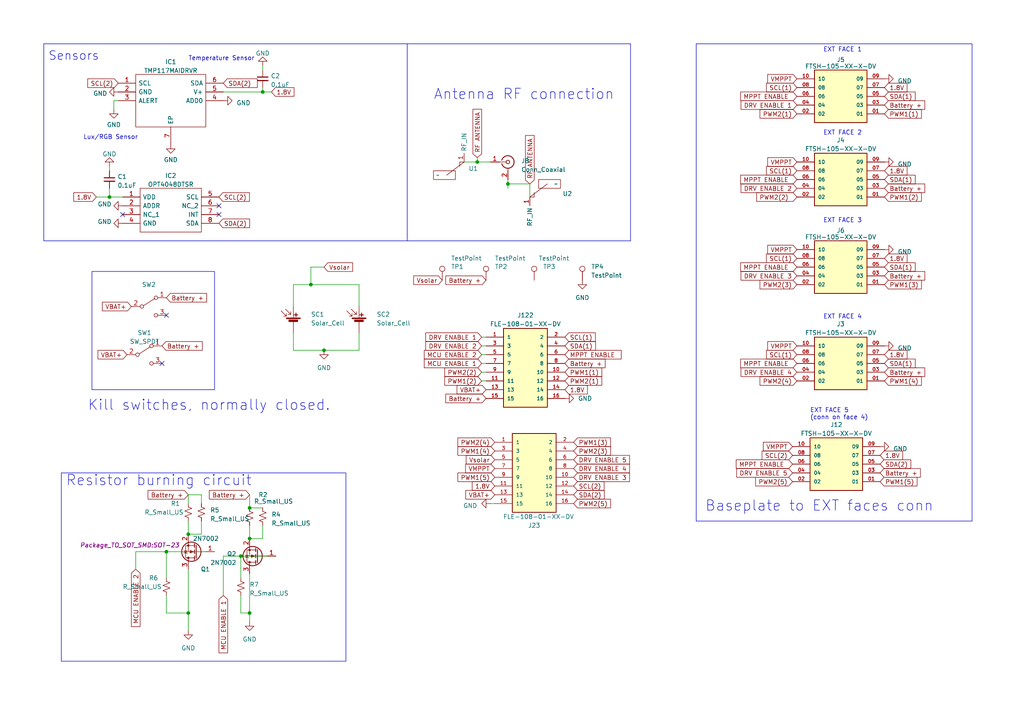
<source format=kicad_sch>
(kicad_sch (version 20230121) (generator eeschema)
  (paper "A4")
  (lib_symbols
    (symbol "Connector:Conn_Coaxial" (pin_names (offset 1.016) hide)
      (property "Reference" "J" (at 0.254 3.048 0))
      (property "Value" "Conn_Coaxial" (at 2.921 0 90))
      (symbol "Conn_Coaxial_0_1"
        (arc (start -1.778 -0.508) (mid 0.2311 -1.8066) (end 1.778 0) (stroke (width 0.254)))
        (polyline (pts (xy -2.54 0) (xy -0.508 0)))
        (polyline (pts (xy 0 -2.54) (xy 0 -1.778)))
        (circle (center 0 0) (radius 0.508) (stroke (width 0.2032)))
        (arc (start 1.778 0) (mid 0.2099 1.8101) (end -1.778 0.508) (stroke (width 0.254)))
      )
      (symbol "Conn_Coaxial_1_1"
        (pin passive line (at -5.08 0 0) (length 2.54) (name "In") (number "1"))
        (pin passive line (at 0 -5.08 90) (length 2.54) (name "Ext") (number "2"))
      )
    )
    (symbol "Connector:TestPoint" (pin_numbers hide) (pin_names (offset 0.762) hide)
      (property "Reference" "TP" (at 0 6.858 0))
      (property "Value" "TestPoint" (at 0 5.08 0))
      (symbol "TestPoint_0_1"
        (circle (center 0 3.302) (radius 0.762))
      )
      (symbol "TestPoint_1_1"
        (pin passive line (at 0 0 90) (length 2.54) (name "1") (number "1"))
      )
    )
    (symbol "Device:C_Small" (pin_numbers hide) (pin_names (offset 0.254) hide)
      (property "Reference" "C" (at 0.254 1.778 0))
      (property "Value" "C_Small" (at 0.254 -2.032 0))
      (symbol "C_Small_0_1"
        (polyline (pts (xy -1.524 -0.508) (xy 1.524 -0.508)) (stroke (width 0.3302)))
        (polyline (pts (xy -1.524 0.508) (xy 1.524 0.508)) (stroke (width 0.3048)))
      )
      (symbol "C_Small_1_1"
        (pin passive line (at 0 2.54 270) (length 2.032) (name "~") (number "1"))
        (pin passive line (at 0 -2.54 90) (length 2.032) (name "~") (number "2"))
      )
    )
    (symbol "Device:R_Small_US" (pin_numbers hide) (pin_names (offset 0.254) hide)
      (property "Reference" "R" (at 0.762 0.508 0))
      (property "Value" "R_Small_US" (at 0.762 -1.016 0))
      (symbol "R_Small_US_1_1"
        (polyline (pts (xy 0 0) (xy 1.016 -0.381) (xy 0 -0.762) (xy -1.016 -1.143) (xy 0 -1.524)))
        (polyline (pts (xy 0 1.524) (xy 1.016 1.143) (xy 0 0.762) (xy -1.016 0.381) (xy 0 0)))
        (pin passive line (at 0 2.54 270) (length 1.016) (name "~") (number "1"))
        (pin passive line (at 0 -2.54 90) (length 1.016) (name "~") (number "2"))
      )
    )
    (symbol "Device:Solar_Cell" (pin_numbers hide) (pin_names (offset 0) hide)
      (property "Reference" "SC" (at 2.54 2.54 0))
      (property "Value" "Solar_Cell" (at 2.54 0 0))
      (symbol "Solar_Cell_0_1"
        (rectangle (start -2.032 1.778) (end 2.032 1.524) (fill (type outline)))
        (rectangle (start -1.3208 1.1938) (end 1.27 0.6858) (fill (type outline)))
        (polyline (pts (xy -2.032 2.286) (xy -3.556 3.81)))
        (polyline (pts (xy -0.762 2.794) (xy -2.286 4.318)))
        (polyline (pts (xy 0 0.762) (xy 0 0)))
        (polyline (pts (xy 0 1.778) (xy 0 2.54)))
        (polyline (pts (xy 0.254 2.667) (xy 1.27 2.667)) (stroke (width 0.254)))
        (polyline (pts (xy 0.762 3.175) (xy 0.762 2.159)) (stroke (width 0.254)))
        (polyline (pts (xy -2.032 3.048) (xy -2.032 2.286) (xy -2.794 2.286)))
        (polyline (pts (xy -0.762 3.556) (xy -0.762 2.794) (xy -1.524 2.794)))
      )
      (symbol "Solar_Cell_1_1"
        (pin passive line (at 0 5.08 270) (length 2.54) (name "+") (number "1"))
        (pin passive line (at 0 -2.54 90) (length 2.54) (name "-") (number "2"))
      )
    )
    (symbol "FLE-108-01-XX-DV:FLE-108-01-XX-DV" (pin_names (offset 1.016))
      (property "Reference" "J" (at 5.0902 3.3086 0))
      (property "Value" "FLE-108-01-XX-DV" (at 5.0865 -22.8894 0))
      (symbol "FLE-108-01-XX-DV_0_0"
        (rectangle (start 5.08 -20.32) (end 17.78 2.54) (stroke (width 0.254)) (fill (type background)))
        (pin bidirectional line (at 0 0 0) (length 5.08) (name "1") (number "1"))
        (pin bidirectional line (at 22.86 -10.16 180) (length 5.08) (name "10") (number "10"))
        (pin bidirectional line (at 0 -12.7 0) (length 5.08) (name "11") (number "11"))
        (pin bidirectional line (at 22.86 -12.7 180) (length 5.08) (name "12") (number "12"))
        (pin bidirectional line (at 0 -15.24 0) (length 5.08) (name "13") (number "13"))
        (pin bidirectional line (at 22.86 -15.24 180) (length 5.08) (name "14") (number "14"))
        (pin bidirectional line (at 0 -17.78 0) (length 5.08) (name "15") (number "15"))
        (pin bidirectional line (at 22.86 -17.78 180) (length 5.08) (name "16") (number "16"))
        (pin bidirectional line (at 22.86 0 180) (length 5.08) (name "2") (number "2"))
        (pin bidirectional line (at 0 -2.54 0) (length 5.08) (name "3") (number "3"))
        (pin bidirectional line (at 22.86 -2.54 180) (length 5.08) (name "4") (number "4"))
        (pin bidirectional line (at 0 -5.08 0) (length 5.08) (name "5") (number "5"))
        (pin bidirectional line (at 22.86 -5.08 180) (length 5.08) (name "6") (number "6"))
        (pin bidirectional line (at 0 -7.62 0) (length 5.08) (name "7") (number "7"))
        (pin bidirectional line (at 22.86 -7.62 180) (length 5.08) (name "8") (number "8"))
        (pin bidirectional line (at 0 -10.16 0) (length 5.08) (name "9") (number "9"))
      )
    )
    (symbol "GND_6" (power) (pin_names (offset 0))
      (property "Value" "GND_6" (at 0 -3.81 0))
      (symbol "GND_6_0_1"
        (polyline (pts (xy 0 0) (xy 0 -1.27) (xy 1.27 -1.27) (xy 0 -2.54) (xy -1.27 -1.27) (xy 0 -1.27)))
      )
      (symbol "GND_6_1_1"
        (pin power_in line (at 0 0 270) (length 0) hide (name "GND") (number "1"))
      )
    )
    (symbol "OPT4048DTSR:OPT4048DTSR" (pin_names (offset 0.762))
      (property "Reference" "IC" (at 24.13 7.62 0))
      (property "Value" "OPT4048DTSR" (at 24.13 5.08 0))
      (symbol "OPT4048DTSR_0_0"
        (pin passive line (at 0 0 0) (length 5.08) (name "VDD") (number "1"))
        (pin passive line (at 0 -2.54 0) (length 5.08) (name "ADDR") (number "2"))
        (pin passive line (at 0 -5.08 0) (length 5.08) (name "NC_1") (number "3"))
        (pin passive line (at 0 -7.62 0) (length 5.08) (name "GND") (number "4"))
        (pin passive line (at 27.94 0 180) (length 5.08) (name "SCL") (number "5"))
        (pin passive line (at 27.94 -2.54 180) (length 5.08) (name "NC_2") (number "6"))
        (pin passive line (at 27.94 -5.08 180) (length 5.08) (name "INT") (number "7"))
        (pin passive line (at 27.94 -7.62 180) (length 5.08) (name "SDA") (number "8"))
      )
      (symbol "OPT4048DTSR_0_1"
        (polyline (pts (xy 5.08 2.54) (xy 22.86 2.54) (xy 22.86 -10.16) (xy 5.08 -10.16) (xy 5.08 2.54)) (stroke (width 0.1524)))
      )
    )
    (symbol "Switch:SW_SPDT" (pin_names (offset 0) hide)
      (property "Reference" "SW" (at 0 4.318 0))
      (property "Value" "SW_SPDT" (at 0 -5.08 0))
      (symbol "SW_SPDT_0_0"
        (circle (center -2.032 0) (radius 0.508))
        (circle (center 2.032 -2.54) (radius 0.508))
      )
      (symbol "SW_SPDT_0_1"
        (polyline (pts (xy -1.524 0.254) (xy 1.651 2.286)))
        (circle (center 2.032 2.54) (radius 0.508))
      )
      (symbol "SW_SPDT_1_1"
        (pin passive line (at 5.08 2.54 180) (length 2.54) (name "A") (number "1"))
        (pin passive line (at -5.08 0 0) (length 2.54) (name "B") (number "2"))
        (pin passive line (at 5.08 -2.54 180) (length 2.54) (name "C") (number "3"))
      )
    )
    (symbol "TMP117MAIDRVR:TMP117MAIDRVR" (pin_names (offset 0.762))
      (property "Reference" "IC" (at 26.67 7.62 0))
      (property "Value" "TMP117MAIDRVR" (at 26.67 5.08 0))
      (symbol "TMP117MAIDRVR_0_0"
        (pin passive line (at 0 0 0) (length 5.08) (name "SCL") (number "1"))
        (pin passive line (at 0 -2.54 0) (length 5.08) (name "GND") (number "2"))
        (pin passive line (at 0 -5.08 0) (length 5.08) (name "ALERT") (number "3"))
        (pin passive line (at 30.48 -5.08 180) (length 5.08) (name "ADD0") (number "4"))
        (pin passive line (at 30.48 -2.54 180) (length 5.08) (name "V+") (number "5"))
        (pin passive line (at 30.48 0 180) (length 5.08) (name "SDA") (number "6"))
        (pin passive line (at 15.24 -17.78 90) (length 5.08) (name "EP") (number "7"))
      )
      (symbol "TMP117MAIDRVR_0_1"
        (polyline (pts (xy 5.08 2.54) (xy 25.4 2.54) (xy 25.4 -12.7) (xy 5.08 -12.7) (xy 5.08 2.54)) (stroke (width 0.1524)))
      )
    )
    (symbol "Transistor_FET:2N7002" (pin_names hide)
      (property "Reference" "Q" (at 5.08 1.905 0))
      (property "Value" "2N7002" (at 5.08 0 0))
      (symbol "2N7002_0_1"
        (polyline (pts (xy 0.254 0) (xy -2.54 0)))
        (polyline (pts (xy 0.254 1.905) (xy 0.254 -1.905)) (stroke (width 0.254)))
        (polyline (pts (xy 0.762 -1.27) (xy 0.762 -2.286)) (stroke (width 0.254)))
        (polyline (pts (xy 0.762 0.508) (xy 0.762 -0.508)) (stroke (width 0.254)))
        (polyline (pts (xy 0.762 2.286) (xy 0.762 1.27)) (stroke (width 0.254)))
        (polyline (pts (xy 2.54 2.54) (xy 2.54 1.778)))
        (polyline (pts (xy 2.54 -2.54) (xy 2.54 0) (xy 0.762 0)))
        (polyline (pts (xy 0.762 -1.778) (xy 3.302 -1.778) (xy 3.302 1.778) (xy 0.762 1.778)))
        (polyline (pts (xy 1.016 0) (xy 2.032 0.381) (xy 2.032 -0.381) (xy 1.016 0)) (fill (type outline)))
        (polyline (pts (xy 2.794 0.508) (xy 2.921 0.381) (xy 3.683 0.381) (xy 3.81 0.254)))
        (polyline (pts (xy 3.302 0.381) (xy 2.921 -0.254) (xy 3.683 -0.254) (xy 3.302 0.381)))
        (circle (center 1.651 0) (radius 2.794) (stroke (width 0.254)))
        (circle (center 2.54 -1.778) (radius 0.254) (fill (type outline)))
        (circle (center 2.54 1.778) (radius 0.254) (fill (type outline)))
      )
      (symbol "2N7002_1_1"
        (pin input line (at -5.08 0 0) (length 2.54) (name "G") (number "1"))
        (pin passive line (at 2.54 -5.08 90) (length 2.54) (name "S") (number "2"))
        (pin passive line (at 2.54 5.08 270) (length 2.54) (name "D") (number "3"))
      )
    )
    (symbol "extface conn:FTSH-105-XX-X-DV" (pin_names (offset 1.016))
      (property "Reference" "J" (at -7.62 8.89 0))
      (property "Value" "FTSH-105-XX-X-DV" (at -7.62 -10.16 0))
      (symbol "FTSH-105-XX-X-DV_0_0"
        (rectangle (start -7.62 -7.62) (end 7.62 7.62) (stroke (width 0.254)) (fill (type background)))
        (pin passive line (at -12.7 5.08 0) (length 5.08) (name "01") (number "01"))
        (pin passive line (at 12.7 5.08 180) (length 5.08) (name "02") (number "02"))
        (pin passive line (at -12.7 2.54 0) (length 5.08) (name "03") (number "03"))
        (pin passive line (at 12.7 2.54 180) (length 5.08) (name "04") (number "04"))
        (pin passive line (at -12.7 0 0) (length 5.08) (name "05") (number "05"))
        (pin passive line (at 12.7 0 180) (length 5.08) (name "06") (number "06"))
        (pin passive line (at -12.7 -2.54 0) (length 5.08) (name "07") (number "07"))
        (pin passive line (at 12.7 -2.54 180) (length 5.08) (name "08") (number "08"))
        (pin passive line (at -12.7 -5.08 0) (length 5.08) (name "09") (number "09"))
        (pin passive line (at 12.7 -5.08 180) (length 5.08) (name "10") (number "10"))
      )
    )
    (symbol "pico antenna symbol:antenna_pads"
      (property "Reference" "U" (at 0 0 0))
      (symbol "antenna_pads_0_1"
        (rectangle (start -1.27 1.27) (end 5.08 -1.27))
        (polyline (pts (xy 2.54 0) (xy 7.62 3.81) (xy 6.35 3.81) (xy 6.35 2.54)))
      )
      (symbol "antenna_pads_1_1"
        (pin input line (at 7.62 3.81 90) (length 2.54) (name "RF_IN") (number "1"))
      )
    )
    (symbol "power:GND" (power) (pin_names (offset 0))
      (property "Value" "GND" (at 0 -3.81 0))
      (symbol "GND_0_1"
        (polyline (pts (xy 0 0) (xy 0 -1.27) (xy 1.27 -1.27) (xy 0 -2.54) (xy -1.27 -1.27) (xy 0 -1.27)))
      )
      (symbol "GND_1_1"
        (pin power_in line (at 0 0 270) (length 0) hide (name "GND") (number "1"))
      )
    )
  )
  (junction (at 138.43 46.99))
  (junction (at 48.26 160.02))
  (junction (at 69.85 161.29))
  (junction (at 90.17 82.55))
  (junction (at 147.32 53.34))
  (junction (at 76.2 26.67))
  (junction (at 72.39 147.32))
  (junction (at 54.61 177.8))
  (junction (at 93.98 101.6))
  (junction (at 72.39 156.21))
  (junction (at 72.39 177.8))
  (junction (at 31.75 57.15))
  (junction (at 54.61 154.94))
  (no_connect (at 63.5 59.69))
  (no_connect (at 35.56 62.23))
  (no_connect (at 46.99 105.41))
  (no_connect (at 48.26 91.44))
  (no_connect (at 63.5 62.23))
  (wire (pts (xy 54.61 151.13) (xy 54.61 154.94)))
  (wire (pts (xy 58.42 151.13) (xy 58.42 154.94)))
  (wire (pts (xy 85.09 96.52) (xy 85.09 101.6)))
  (wire (pts (xy 48.26 160.02) (xy 39.37 160.02)))
  (polyline (pts (xy 12.7 69.85) (xy 12.7 12.7)))
  (wire (pts (xy 140.97 100.33) (xy 139.7 100.33)))
  (wire (pts (xy 72.39 166.37) (xy 72.39 177.8)))
  (wire (pts (xy 69.85 177.8) (xy 72.39 177.8)))
  (wire (pts (xy 90.17 82.55) (xy 104.14 82.55)))
  (wire (pts (xy 140.97 102.87) (xy 139.7 102.87)))
  (wire (pts (xy 58.42 154.94) (xy 54.61 154.94)))
  (wire (pts (xy 85.09 82.55) (xy 85.09 88.9)))
  (wire (pts (xy 48.26 172.72) (xy 48.26 177.8)))
  (polyline (pts (xy 182.88 12.7) (xy 182.88 69.85)))
  (wire (pts (xy 54.61 177.8) (xy 54.61 182.88)))
  (wire (pts (xy 76.2 26.67) (xy 64.77 26.67)))
  (polyline (pts (xy 182.88 69.85) (xy 118.11 69.85)))
  (wire (pts (xy 72.39 147.32) (xy 72.39 143.51)))
  (polyline (pts (xy 118.11 12.7) (xy 118.11 69.85)))
  (wire (pts (xy 104.14 101.6) (xy 93.98 101.6)))
  (wire (pts (xy 69.85 161.29) (xy 64.77 161.29)))
  (polyline (pts (xy 118.11 69.85) (xy 12.7 69.85)))
  (wire (pts (xy 153.67 57.15) (xy 153.67 53.34)))
  (wire (pts (xy 72.39 177.8) (xy 72.39 180.34)))
  (wire (pts (xy 58.42 143.51) (xy 54.61 143.51)))
  (wire (pts (xy 39.37 160.02) (xy 39.37 165.1)))
  (wire (pts (xy 134.62 46.99) (xy 138.43 46.99)))
  (wire (pts (xy 90.17 82.55) (xy 85.09 82.55)))
  (wire (pts (xy 138.43 45.72) (xy 138.43 46.99)))
  (wire (pts (xy 33.02 29.21) (xy 33.02 31.75)))
  (wire (pts (xy 80.01 161.29) (xy 69.85 161.29)))
  (polyline (pts (xy 118.11 12.7) (xy 182.88 12.7)))
  (wire (pts (xy 48.26 177.8) (xy 54.61 177.8)))
  (wire (pts (xy 140.97 107.95) (xy 139.7 107.95)))
  (wire (pts (xy 142.24 146.05) (xy 143.51 146.05)))
  (wire (pts (xy 85.09 101.6) (xy 93.98 101.6)))
  (wire (pts (xy 147.32 52.07) (xy 147.32 53.34)))
  (wire (pts (xy 31.75 54.61) (xy 31.75 57.15)))
  (wire (pts (xy 90.17 77.47) (xy 90.17 82.55)))
  (wire (pts (xy 27.94 57.15) (xy 31.75 57.15)))
  (wire (pts (xy 33.02 29.21) (xy 34.29 29.21)))
  (wire (pts (xy 31.75 48.26) (xy 31.75 49.53)))
  (wire (pts (xy 76.2 152.4) (xy 76.2 156.21)))
  (wire (pts (xy 31.75 57.15) (xy 35.56 57.15)))
  (wire (pts (xy 58.42 146.05) (xy 58.42 143.51)))
  (wire (pts (xy 140.97 110.49) (xy 139.7 110.49)))
  (wire (pts (xy 54.61 146.05) (xy 54.61 143.51)))
  (wire (pts (xy 62.23 160.02) (xy 48.26 160.02)))
  (wire (pts (xy 153.67 53.34) (xy 147.32 53.34)))
  (wire (pts (xy 76.2 156.21) (xy 72.39 156.21)))
  (wire (pts (xy 78.74 26.67) (xy 76.2 26.67)))
  (wire (pts (xy 138.43 46.99) (xy 142.24 46.99)))
  (wire (pts (xy 93.98 77.47) (xy 90.17 77.47)))
  (wire (pts (xy 69.85 161.29) (xy 69.85 167.64)))
  (wire (pts (xy 104.14 82.55) (xy 104.14 88.9)))
  (wire (pts (xy 147.32 53.34) (xy 147.32 54.61)))
  (wire (pts (xy 140.97 97.79) (xy 139.7 97.79)))
  (wire (pts (xy 64.77 161.29) (xy 64.77 172.72)))
  (wire (pts (xy 72.39 152.4) (xy 72.39 156.21)))
  (wire (pts (xy 48.26 167.64) (xy 48.26 160.02)))
  (wire (pts (xy 72.39 147.32) (xy 76.2 147.32)))
  (wire (pts (xy 76.2 25.4) (xy 76.2 26.67)))
  (wire (pts (xy 54.61 165.1) (xy 54.61 177.8)))
  (polyline (pts (xy 12.7 12.7) (xy 118.11 12.7)))
  (wire (pts (xy 140.97 105.41) (xy 139.7 105.41)))
  (wire (pts (xy 104.14 96.52) (xy 104.14 101.6)))
  (wire (pts (xy 69.85 177.8) (xy 69.85 172.72)))
  (wire (pts (xy 76.2 19.05) (xy 76.2 20.32)))
  (rectangle (start 201.93 12.7) (end 281.94 151.13))
  (rectangle (start 17.78 137.16) (end 100.33 191.77))
  (rectangle (start 26.67 78.74) (end 62.23 113.03))
  (text "Sensors" (at 13.97 17.78 0) (effects (font (size 2.5 2.5)) (justify left bottom)))
  (text "Lux/RGB Sensor" (at 24.13 40.64 0) (effects (font (size 1.27 1.27)) (justify left bottom)))
  (text "EXT FACE 5\n(conn on face 4)\n" (at 234.95 121.92 0) (effects (font (size 1.27 1.27)) (justify left bottom)))
  (text "EXT FACE 4" (at 238.76 92.71 0) (effects (font (size 1.27 1.27)) (justify left bottom)))
  (text "Resistor burning circuit \n\n" (at 19.05 146.05 0) (effects (font (size 3 3)) (justify left bottom)))
  (text "Baseplate to EXT faces conn\n" (at 204.47 148.59 0) (effects (font (size 3 3)) (justify left bottom)))
  (text "EXT FACE 3\n" (at 238.76 64.77 0) (effects (font (size 1.27 1.27)) (justify left bottom)))
  (text "EXT FACE 2\n" (at 238.76 39.37 0) (effects (font (size 1.27 1.27)) (justify left bottom)))
  (text "EXT FACE 1\n" (at 238.76 15.24 0) (effects (font (size 1.27 1.27)) (justify left bottom)))
  (text "Kill switches, normally closed. \n" (at 25.4 119.38 0) (effects (font (size 3 3)) (justify left bottom)))
  (text "Antenna RF connection \n" (at 125.73 29.21 0) (effects (font (size 3 3)) (justify left bottom)))
  (text "Temperature Sensor" (at 54.61 17.78 0) (effects (font (size 1.27 1.27)) (justify left bottom)))
  (global_label "MCU ENABLE 2" (shape input) (at 39.37 165.1 270) (property "Intersheetrefs" "${INTERSHEET_REFS}" (effects hide)))
  (global_label "PWM2(2) " (shape input) (at 231.14 57.15 180) (property "Intersheetrefs" "${INTERSHEET_REFS}" (effects hide)))
  (global_label "SDA(1)" (shape input) (at 256.54 27.94 0) (property "Intersheetrefs" "${INTERSHEET_REFS}" (effects hide)))
  (global_label "PWM1(2)" (shape input) (at 256.54 57.15 0) (property "Intersheetrefs" "${INTERSHEET_REFS}" (effects hide)))
  (global_label "DRV ENABLE 2" (shape input) (at 231.14 54.61 180) (property "Intersheetrefs" "${INTERSHEET_REFS}" (effects hide)))
  (global_label "DRV ENABLE 3" (shape input) (at 166.37 138.43 0) (property "Intersheetrefs" "${INTERSHEET_REFS}" (effects hide)))
  (global_label "MPPT ENABLE " (shape input) (at 163.83 102.87 0) (property "Intersheetrefs" "${INTERSHEET_REFS}" (effects hide)))
  (global_label "SCL(2)" (shape input) (at 229.87 132.08 180) (property "Intersheetrefs" "${INTERSHEET_REFS}" (effects hide)))
  (global_label "1.8V" (shape input) (at 255.27 132.08 0) (property "Intersheetrefs" "${INTERSHEET_REFS}" (effects hide)))
  (global_label "MCU ENABLE 2" (shape input) (at 139.7 102.87 180) (property "Intersheetrefs" "${INTERSHEET_REFS}" (effects hide)))
  (global_label "Vsolar" (shape input) (at 93.98 77.47 0) (property "Intersheetrefs" "${INTERSHEET_REFS}" (effects hide)))
  (global_label "PWM1(1)" (shape input) (at 163.83 107.95 0) (property "Intersheetrefs" "${INTERSHEET_REFS}" (effects hide)))
  (global_label "MCU ENABLE 1" (shape input) (at 139.7 105.41 180) (property "Intersheetrefs" "${INTERSHEET_REFS}" (effects hide)))
  (global_label "SCL(1)" (shape input) (at 231.14 49.53 180) (property "Intersheetrefs" "${INTERSHEET_REFS}" (effects hide)))
  (global_label "Battery +" (shape input) (at 46.99 100.33 0) (property "Intersheetrefs" "${INTERSHEET_REFS}" (effects hide)))
  (global_label "DRV ENABLE 1" (shape input) (at 139.7 97.79 180) (property "Intersheetrefs" "${INTERSHEET_REFS}" (effects hide)))
  (global_label "DRV ENABLE 4" (shape input) (at 231.14 107.95 180) (property "Intersheetrefs" "${INTERSHEET_REFS}" (effects hide)))
  (global_label "Battery +" (shape input) (at 256.54 54.61 0) (property "Intersheetrefs" "${INTERSHEET_REFS}" (effects hide)))
  (global_label "SDA(1)" (shape input) (at 163.83 100.33 0) (property "Intersheetrefs" "${INTERSHEET_REFS}" (effects hide)))
  (global_label "PWM1(3)" (shape input) (at 166.37 128.27 0) (property "Intersheetrefs" "${INTERSHEET_REFS}" (effects hide)))
  (global_label "1.8V" (shape input) (at 78.74 26.67 0) (property "Intersheetrefs" "${INTERSHEET_REFS}" (effects hide)))
  (global_label "1.8V" (shape input) (at 163.83 113.03 0) (property "Intersheetrefs" "${INTERSHEET_REFS}" (effects hide)))
  (global_label "PWM2(2)" (shape input) (at 139.7 107.95 180) (property "Intersheetrefs" "${INTERSHEET_REFS}" (effects hide)))
  (global_label "VBAT+" (shape input) (at 38.1 88.9 180) (property "Intersheetrefs" "${INTERSHEET_REFS}" (effects hide)))
  (global_label "DRV ENABLE 3" (shape input) (at 231.14 80.01 180) (property "Intersheetrefs" "${INTERSHEET_REFS}" (effects hide)))
  (global_label "SDA(1)" (shape input) (at 256.54 77.47 0) (property "Intersheetrefs" "${INTERSHEET_REFS}" (effects hide)))
  (global_label "Battery +" (shape input) (at 255.27 137.16 0) (property "Intersheetrefs" "${INTERSHEET_REFS}" (effects hide)))
  (global_label "MPPT ENABLE " (shape input) (at 229.87 134.62 180) (property "Intersheetrefs" "${INTERSHEET_REFS}" (effects hide)))
  (global_label "SDA(2)" (shape input) (at 63.5 64.77 0) (property "Intersheetrefs" "${INTERSHEET_REFS}" (effects hide)))
  (global_label "VMPPT" (shape input) (at 143.51 135.89 180) (property "Intersheetrefs" "${INTERSHEET_REFS}" (effects hide)))
  (global_label "VMPPT" (shape input) (at 231.14 72.39 180) (property "Intersheetrefs" "${INTERSHEET_REFS}" (effects hide)))
  (global_label "PWM2(4)" (shape input) (at 143.51 128.27 180) (property "Intersheetrefs" "${INTERSHEET_REFS}" (effects hide)))
  (global_label "Vsolar" (shape input) (at 143.51 133.35 180) (property "Intersheetrefs" "${INTERSHEET_REFS}" (effects hide)))
  (global_label "1.8V" (shape input) (at 256.54 74.93 0) (property "Intersheetrefs" "${INTERSHEET_REFS}" (effects hide)))
  (global_label "DRV ENABLE 1" (shape input) (at 231.14 30.48 180) (property "Intersheetrefs" "${INTERSHEET_REFS}" (effects hide)))
  (global_label "SDA(2)" (shape input) (at 255.27 134.62 0) (property "Intersheetrefs" "${INTERSHEET_REFS}" (effects hide)))
  (global_label "SCL(1)" (shape input) (at 231.14 25.4 180) (property "Intersheetrefs" "${INTERSHEET_REFS}" (effects hide)))
  (global_label "Battery +" (shape input) (at 140.97 81.28 180) (property "Intersheetrefs" "${INTERSHEET_REFS}" (effects hide)))
  (global_label "DRV ENABLE 5" (shape input) (at 166.37 133.35 0) (property "Intersheetrefs" "${INTERSHEET_REFS}" (effects hide)))
  (global_label "1.8V" (shape input) (at 256.54 102.87 0) (property "Intersheetrefs" "${INTERSHEET_REFS}" (effects hide)))
  (global_label "VMPPT" (shape input) (at 231.14 46.99 180) (property "Intersheetrefs" "${INTERSHEET_REFS}" (effects hide)))
  (global_label "DRV ENABLE 2" (shape input) (at 139.7 100.33 180) (property "Intersheetrefs" "${INTERSHEET_REFS}" (effects hide)))
  (global_label "SCL(1)" (shape input) (at 231.14 102.87 180) (property "Intersheetrefs" "${INTERSHEET_REFS}" (effects hide)))
  (global_label "PWM1(3)" (shape input) (at 256.54 82.55 0) (property "Intersheetrefs" "${INTERSHEET_REFS}" (effects hide)))
  (global_label "1.8V" (shape input) (at 143.51 140.97 180) (property "Intersheetrefs" "${INTERSHEET_REFS}" (effects hide)))
  (global_label "SCL(2)" (shape input) (at 63.5 57.15 0) (property "Intersheetrefs" "${INTERSHEET_REFS}" (effects hide)))
  (global_label "SCL(1)" (shape input) (at 163.83 97.79 0) (property "Intersheetrefs" "${INTERSHEET_REFS}" (effects hide)))
  (global_label "VBAT+" (shape input) (at 36.83 102.87 180) (property "Intersheetrefs" "${INTERSHEET_REFS}" (effects hide)))
  (global_label "SCL(2)" (shape input) (at 34.29 24.13 180) (property "Intersheetrefs" "${INTERSHEET_REFS}" (effects hide)))
  (global_label "PWM2(4)" (shape input) (at 231.14 110.49 180) (property "Intersheetrefs" "${INTERSHEET_REFS}" (effects hide)))
  (global_label "SDA(1)" (shape input) (at 256.54 105.41 0) (property "Intersheetrefs" "${INTERSHEET_REFS}" (effects hide)))
  (global_label "VMPPT" (shape input) (at 229.87 129.54 180) (property "Intersheetrefs" "${INTERSHEET_REFS}" (effects hide)))
  (global_label "VMPPT" (shape input) (at 231.14 22.86 180) (property "Intersheetrefs" "${INTERSHEET_REFS}" (effects hide)))
  (global_label "PWM2(5)" (shape input) (at 229.87 139.7 180) (property "Intersheetrefs" "${INTERSHEET_REFS}" (effects hide)))
  (global_label "SCL(2)" (shape input) (at 166.37 140.97 0) (property "Intersheetrefs" "${INTERSHEET_REFS}" (effects hide)))
  (global_label "PWM1(5)" (shape input) (at 255.27 139.7 0) (property "Intersheetrefs" "${INTERSHEET_REFS}" (effects hide)))
  (global_label "Battery +" (shape input) (at 256.54 30.48 0) (property "Intersheetrefs" "${INTERSHEET_REFS}" (effects hide)))
  (global_label "PWM2(3)" (shape input) (at 231.14 82.55 180) (property "Intersheetrefs" "${INTERSHEET_REFS}" (effects hide)))
  (global_label "PWM2(1)" (shape input) (at 231.14 33.02 180) (property "Intersheetrefs" "${INTERSHEET_REFS}" (effects hide)))
  (global_label "PWM2(1)" (shape input) (at 163.83 110.49 0) (property "Intersheetrefs" "${INTERSHEET_REFS}" (effects hide)))
  (global_label "RF ANTENNA" (shape input) (at 138.43 45.72 90) (property "Intersheetrefs" "${INTERSHEET_REFS}" (effects hide)))
  (global_label "PWM1(1)" (shape input) (at 256.54 33.02 0) (property "Intersheetrefs" "${INTERSHEET_REFS}" (effects hide)))
  (global_label "MPPT ENABLE " (shape input) (at 231.14 105.41 180) (property "Intersheetrefs" "${INTERSHEET_REFS}" (effects hide)))
  (global_label "PWM2(3)" (shape input) (at 166.37 130.81 0) (property "Intersheetrefs" "${INTERSHEET_REFS}" (effects hide)))
  (global_label "VMPPT" (shape input) (at 231.14 100.33 180) (property "Intersheetrefs" "${INTERSHEET_REFS}" (effects hide)))
  (global_label "VBAT+" (shape input) (at 140.97 113.03 180) (property "Intersheetrefs" "${INTERSHEET_REFS}" (effects hide)))
  (global_label "DRV ENABLE 5" (shape input) (at 229.87 137.16 180) (property "Intersheetrefs" "${INTERSHEET_REFS}" (effects hide)))
  (global_label "SDA(2)" (shape input) (at 166.37 143.51 0) (property "Intersheetrefs" "${INTERSHEET_REFS}" (effects hide)))
  (global_label "Battery +" (shape input) (at 163.83 105.41 0) (property "Intersheetrefs" "${INTERSHEET_REFS}" (effects hide)))
  (global_label "PWM2(5)" (shape input) (at 166.37 146.05 0) (property "Intersheetrefs" "${INTERSHEET_REFS}" (effects hide)))
  (global_label "SDA(1)" (shape input) (at 256.54 52.07 0) (property "Intersheetrefs" "${INTERSHEET_REFS}" (effects hide)))
  (global_label "1.8V" (shape input) (at 256.54 25.4 0) (property "Intersheetrefs" "${INTERSHEET_REFS}" (effects hide)))
  (global_label "DRV ENABLE 4" (shape input) (at 166.37 135.89 0) (property "Intersheetrefs" "${INTERSHEET_REFS}" (effects hide)))
  (global_label "SCL(1)" (shape input) (at 231.14 74.93 180) (property "Intersheetrefs" "${INTERSHEET_REFS}" (effects hide)))
  (global_label "Battery +" (shape input) (at 54.61 143.51 180) (property "Intersheetrefs" "${INTERSHEET_REFS}" (effects hide)))
  (global_label "PWM1(4)" (shape input) (at 256.54 110.49 0) (property "Intersheetrefs" "${INTERSHEET_REFS}" (effects hide)))
  (global_label "Battery +" (shape input) (at 256.54 107.95 0) (property "Intersheetrefs" "${INTERSHEET_REFS}" (effects hide)))
  (global_label "Vsolar" (shape input) (at 128.27 81.28 180) (property "Intersheetrefs" "${INTERSHEET_REFS}" (effects hide)))
  (global_label "PWM1(5)" (shape input) (at 143.51 138.43 180) (property "Intersheetrefs" "${INTERSHEET_REFS}" (effects hide)))
  (global_label "MPPT ENABLE " (shape input) (at 231.14 52.07 180) (property "Intersheetrefs" "${INTERSHEET_REFS}" (effects hide)))
  (global_label "PWM1(4)" (shape input) (at 143.51 130.81 180) (property "Intersheetrefs" "${INTERSHEET_REFS}" (effects hide)))
  (global_label "1.8V" (shape input) (at 256.54 49.53 0) (property "Intersheetrefs" "${INTERSHEET_REFS}" (effects hide)))
  (global_label "Battery +" (shape input) (at 140.97 115.57 180) (property "Intersheetrefs" "${INTERSHEET_REFS}" (effects hide)))
  (global_label "VBAT+" (shape input) (at 143.51 143.51 180) (property "Intersheetrefs" "${INTERSHEET_REFS}" (effects hide)))
  (global_label "Battery +" (shape input) (at 256.54 80.01 0) (property "Intersheetrefs" "${INTERSHEET_REFS}" (effects hide)))
  (global_label "RF ANTENNA" (shape input) (at 153.67 53.34 90) (property "Intersheetrefs" "${INTERSHEET_REFS}" (effects hide)))
  (global_label "MPPT ENABLE " (shape input) (at 231.14 77.47 180) (property "Intersheetrefs" "${INTERSHEET_REFS}" (effects hide)))
  (global_label "1.8V" (shape input) (at 27.94 57.15 180) (property "Intersheetrefs" "${INTERSHEET_REFS}" (effects hide)))
  (global_label "Battery +" (shape input) (at 72.39 143.51 180) (property "Intersheetrefs" "${INTERSHEET_REFS}" (effects hide)))
  (global_label "MPPT ENABLE " (shape input) (at 231.14 27.94 180) (property "Intersheetrefs" "${INTERSHEET_REFS}" (effects hide)))
  (global_label "SDA(2) " (shape input) (at 64.77 24.13 0) (property "Intersheetrefs" "${INTERSHEET_REFS}" (effects hide)))
  (global_label "Battery +" (shape input) (at 48.26 86.36 0) (property "Intersheetrefs" "${INTERSHEET_REFS}" (effects hide)))
  (global_label "PWM1(2)" (shape input) (at 139.7 110.49 180) (property "Intersheetrefs" "${INTERSHEET_REFS}" (effects hide)))
  (global_label "MCU ENABLE 1" (shape input) (at 64.77 172.72 270) (property "Intersheetrefs" "${INTERSHEET_REFS}" (effects hide)))
  (symbol (lib_id "extface conn:FTSH-105-XX-X-DV") (at 243.84 52.07 180) (unit 1)
    (property "Reference" "J4" (at 243.84 40.64 0))
    (property "Value" "FTSH-105-XX-X-DV" (at 243.84 43.18 0))
    (property "Footprint" "Header:SAMTEC_FTSH-105-XX-X-DV" (effects hide))
    (property "PARTREV" "H" (effects hide))
    (property "STANDARD" "Manufacturer Recommendation" (effects hide))
    (property "MANUFACTURER" "Samtec" (effects hide))
  )
  (symbol (lib_id "Transistor_FET:2N7002") (at 57.15 160.02 180) (unit 1)
    (property "Reference" "Q1" (at 60.96 165.1 0) (effects (justify left)))
    (property "Value" "2N7002" (at 63.5 156.21 0) (effects (justify left)))
    (property "Footprint" "Package_TO_SOT_SMD:SOT-23" (at 52.07 158.115 0) (effects (font italic) (justify left)))
    (property "Datasheet" "https://www.mouser.com/datasheet/2/258/SI2312A_SOT_23_-2510922.pdf" (effects hide))
  )
  (symbol (lib_id "power:GND") (at 34.29 26.67 270) (unit 1)
    (property "Reference" "#PWR09" (effects hide))
    (property "Value" "GND" (at 31.1151 27.1038 90) (effects (justify right)))
  )
  (symbol (lib_id "Device:R_Small_US") (at 69.85 170.18 0) (unit 1)
    (property "Reference" "R7" (at 72.39 169.545 0) (effects (justify left)))
    (property "Value" "R_Small_US" (at 72.39 172.085 0) (effects (justify left)))
    (property "Footprint" "Resistor_THT:R_Axial_DIN0204_L3.6mm_D1.6mm_P7.62mm_Horizontal" (effects hide))
  )
  (symbol (lib_id "TMP117MAIDRVR:TMP117MAIDRVR") (at 34.29 24.13 0) (unit 1)
    (property "Reference" "IC1" (at 49.53 17.941 0))
    (property "Value" "TMP117MAIDRVR" (at 49.53 20.4779 0))
    (property "Footprint" "Temp:SON65P200X200X80-7N" (effects hide))
    (property "Datasheet" "http://www.ti.com/lit/gpn/tmp117" (effects hide))
    (property "Description" "+/-0.1C Accurate Digital Temperature Sensor with Integrated NV Memory" (effects hide))
    (property "Height" "0.8" (effects hide))
    (property "Mouser Part Number" "595-TMP117MAIDRVR" (effects hide))
    (property "Mouser Price/Stock" "https://www.mouser.co.uk/ProductDetail/Texas-Instruments/TMP117MAIDRVR?qs=qSfuJ%252Bfl%2Fd6ns6kYPunSVg%3D%3D" (effects hide))
    (property "Manufacturer_Name" "Texas Instruments" (effects hide))
    (property "Manufacturer_Part_Number" "TMP117MAIDRVR" (effects hide))
  )
  (symbol (lib_id "power:GND") (at 72.39 180.34 0) (unit 1)
    (property "Reference" "#PWR015" (effects hide))
    (property "Value" "GND" (at 72.39 185.42 0))
  )
  (symbol (lib_id "power:GND") (at 49.53 41.91 0) (unit 1)
    (property "Reference" "#PWR012" (effects hide))
    (property "Value" "GND" (at 49.53 46.3534 0))
  )
  (symbol (lib_id "FLE-108-01-XX-DV:FLE-108-01-XX-DV") (at 140.97 97.79 0) (unit 1)
    (property "Reference" "J122" (at 152.4 91.44 0))
    (property "Value" "FLE-108-01-XX-DV" (at 152.4 93.98 0))
    (property "Footprint" "baseplate to pt b:SAMTEC_FW-08-03-G-D-335-065" (effects hide))
  )
  (symbol (lib_id "extface conn:FTSH-105-XX-X-DV") (at 243.84 77.47 180) (unit 1)
    (property "Reference" "J6" (at 243.84 66.8401 0))
    (property "Value" "FTSH-105-XX-X-DV" (at 243.84 68.7611 0))
    (property "Footprint" "Header:SAMTEC_FTSH-105-XX-X-DV" (effects hide))
    (property "PARTREV" "H" (effects hide))
    (property "STANDARD" "Manufacturer Recommendation" (effects hide))
    (property "MANUFACTURER" "Samtec" (effects hide))
  )
  (symbol (lib_id "Device:R_Small_US") (at 72.39 149.86 0) (unit 1)
    (property "Reference" "R2" (at 74.93 143.51 0) (effects (justify left)))
    (property "Value" "R_Small_US" (at 73.66 145.415 0) (effects (justify left)))
    (property "Footprint" "Resistor_THT:R_Axial_DIN0204_L3.6mm_D1.6mm_P7.62mm_Horizontal" (effects hide))
  )
  (symbol (lib_id "Connector:TestPoint") (at 140.97 81.28 0) (unit 1)
    (property "Reference" "TP2" (at 143.51 77.343 0) (effects (justify left)))
    (property "Value" "TestPoint" (at 143.51 74.93 0) (effects (justify left)))
    (property "Footprint" "KiCad:5016" (effects hide))
  )
  (symbol (lib_id "power:GND") (at 256.54 46.99 90) (unit 1)
    (property "Reference" "#PWR03" (effects hide))
    (property "Value" "GND" (at 260.35 47.625 90) (effects (justify right)))
  )
  (symbol (lib_id "Transistor_FET:2N7002") (at 74.93 161.29 180) (unit 1)
    (property "Reference" "Q2" (at 68.58 160.655 0) (effects (justify left)))
    (property "Value" "2N7002" (at 68.58 163.195 0) (effects (justify left)))
    (property "Footprint" "Package_TO_SOT_SMD:SOT-23" (effects hide))
    (property "Datasheet" "https://www.mouser.com/datasheet/2/258/SI2312A_SOT_23_-2510922.pdf" (effects hide))
  )
  (symbol (lib_id "power:GND") (at 256.54 100.33 90) (unit 1)
    (property "Reference" "#PWR05" (effects hide))
    (property "Value" "GND" (at 260.35 100.965 90) (effects (justify right)))
  )
  (symbol (lib_id "Device:R_Small_US") (at 58.42 148.59 0) (unit 1)
    (property "Reference" "R5" (at 60.96 147.955 0) (effects (justify left)))
    (property "Value" "R_Small_US" (at 60.96 150.495 0) (effects (justify left)))
    (property "Footprint" "Resistor_THT:R_Axial_DIN0204_L3.6mm_D1.6mm_P7.62mm_Horizontal" (effects hide))
  )
  (symbol (lib_id "pico antenna symbol:antenna_pads") (at 127 50.8 0) (unit 1)
    (property "Reference" "U1" (at 135.89 48.895 0) (effects (justify left)))
    (property "Value" "~" (at 127 50.8 0))
    (property "Footprint" "PICO TRANSISTOR:antenna" (effects hide))
  )
  (symbol (lib_id "power:GND") (at 256.54 72.39 90) (unit 1)
    (property "Reference" "#PWR04" (effects hide))
    (property "Value" "GND" (at 260.35 73.025 90) (effects (justify right)))
  )
  (symbol (lib_id "Device:Solar_Cell") (at 85.09 93.98 0) (unit 1)
    (property "Reference" "SC1" (at 90.17 91.186 0) (effects (justify left)))
    (property "Value" "Solar_Cell" (at 90.17 93.726 0) (effects (justify left)))
    (property "Footprint" "Trisolar-x:solar" (effects hide))
  )
  (symbol (lib_id "FLE-108-01-XX-DV:FLE-108-01-XX-DV") (at 143.51 128.27 0) (unit 1)
    (property "Reference" "J23" (at 154.94 152.4 0))
    (property "Value" "FLE-108-01-XX-DV" (at 156.21 149.86 0))
    (property "Footprint" "baseplate to pt b:SAMTEC_FW-08-03-G-D-335-065" (effects hide))
  )
  (symbol (lib_id "Connector:Conn_Coaxial") (at 147.32 46.99 0) (unit 1)
    (property "Reference" "J8" (at 151.13 46.6482 0) (effects (justify left)))
    (property "Value" "Conn_Coaxial" (at 151.13 49.1882 0) (effects (justify left)))
    (property "Footprint" "Connector_Coaxial:U.FL_Molex_MCRF_73412-0110_Vertical" (effects hide))
    (property "Datasheet" " ~" (effects hide))
  )
  (symbol (lib_id "Device:C_Small") (at 31.75 52.07 0) (unit 1)
    (property "Reference" "C1" (at 34.0741 51.2416 0) (effects (justify left)))
    (property "Value" "0.1uF" (at 34.0741 53.7785 0) (effects (justify left)))
    (property "Footprint" "Capacitor_SMD:C_0402_1005Metric" (effects hide))
  )
  (symbol (lib_id "power:GND") (at 33.02 31.75 0) (unit 1)
    (property "Reference" "#PWR08" (effects hide))
    (property "Value" "GND" (at 33.02 36.1934 0))
  )
  (symbol (lib_name "GND_6") (lib_id "power:GND") (at 64.77 29.21 90) (unit 1)
    (property "Reference" "#PWR014" (effects hide))
    (property "Value" "GND" (at 68.58 29.845 90) (effects (justify right)))
  )
  (symbol (lib_id "power:GND") (at 255.27 129.54 90) (unit 1)
    (property "Reference" "#PWR01" (effects hide))
    (property "Value" "GND" (at 259.08 130.175 90) (effects (justify right)))
  )
  (symbol (lib_id "power:GND") (at 76.2 19.05 180) (unit 1)
    (property "Reference" "#PWR017" (effects hide))
    (property "Value" "GND" (at 76.2 15.4742 0))
  )
  (symbol (lib_id "power:GND") (at 163.83 115.57 90) (unit 1)
    (property "Reference" "#PWR020" (effects hide))
    (property "Value" "GND" (at 167.64 115.57 90) (effects (justify right)))
  )
  (symbol (lib_id "Connector:TestPoint") (at 128.27 81.28 0) (unit 1)
    (property "Reference" "TP1" (at 130.81 77.343 0) (effects (justify left)))
    (property "Value" "TestPoint" (at 130.81 74.93 0) (effects (justify left)))
    (property "Footprint" "KiCad:5016" (effects hide))
  )
  (symbol (lib_id "Device:R_Small_US") (at 54.61 148.59 0) (unit 1)
    (property "Reference" "R1" (at 49.53 146.05 0) (effects (justify left)))
    (property "Value" "R_Small_US" (at 41.91 148.59 0) (effects (justify left)))
    (property "Footprint" "Resistor_THT:R_Axial_DIN0204_L3.6mm_D1.6mm_P7.62mm_Horizontal" (effects hide))
  )
  (symbol (lib_id "pico antenna symbol:antenna_pads") (at 161.29 53.34 180) (unit 1)
    (property "Reference" "U2" (at 163.195 56.1968 0) (effects (justify right)))
    (property "Value" "~" (at 161.29 53.34 0))
    (property "Footprint" "PICO TRANSISTOR:antenna" (effects hide))
  )
  (symbol (lib_id "extface conn:FTSH-105-XX-X-DV") (at 243.84 27.94 180) (unit 1)
    (property "Reference" "J5" (at 243.84 17.3101 0))
    (property "Value" "FTSH-105-XX-X-DV" (at 243.84 19.2311 0))
    (property "Footprint" "Header:SAMTEC_FTSH-105-XX-X-DV" (effects hide))
    (property "PARTREV" "H" (effects hide))
    (property "STANDARD" "Manufacturer Recommendation" (effects hide))
    (property "MANUFACTURER" "Samtec" (effects hide))
  )
  (symbol (lib_id "OPT4048DTSR:OPT4048DTSR") (at 35.56 57.15 0) (unit 1)
    (property "Reference" "IC2" (at 49.53 50.961 0))
    (property "Value" "OPT4048DTSR" (at 49.53 53.4979 0))
    (property "Footprint" "Light:SOTFL50P190X60-8N" (effects hide))
    (property "Datasheet" "https://www.ti.com/lit/ds/symlink/opt4048.pdf?ts=1676909119066&ref_url=https%253A%252F%252Fwww.ti.com%252Fproduct%252FOPT4048%252Fpart-details%252FOPT4048DTSR%253FHQS%253Docb-tistore-invf-invftransact-invf-store-octopart-wwe%2526login-check%253Dtrue" (effects hide))
    (property "Description" "Ambient Light Sensors High-speed high-precision tristimulus XYZ color sensor 8-SOT-5X3 -40 to 85" (effects hide))
    (property "Height" "0.6" (effects hide))
    (property "Mouser Part Number" "595-OPT4048DTSR" (effects hide))
    (property "Mouser Price/Stock" "https://www.mouser.co.uk/ProductDetail/Texas-Instruments/OPT4048DTSR?qs=rQFj71Wb1eUko9TNzYxksQ%3D%3D" (effects hide))
    (property "Manufacturer_Name" "Texas Instruments" (effects hide))
    (property "Manufacturer_Part_Number" "OPT4048DTSR" (effects hide))
  )
  (symbol (lib_id "extface conn:FTSH-105-XX-X-DV") (at 243.84 105.41 180) (unit 1)
    (property "Reference" "J3" (at 243.84 93.98 0))
    (property "Value" "FTSH-105-XX-X-DV" (at 243.84 96.52 0))
    (property "Footprint" "Header:SAMTEC_FTSH-105-XX-X-DV" (effects hide))
    (property "PARTREV" "H" (effects hide))
    (property "STANDARD" "Manufacturer Recommendation" (effects hide))
    (property "MANUFACTURER" "Samtec" (effects hide))
  )
  (symbol (lib_id "Device:R_Small_US") (at 48.26 170.18 0) (unit 1)
    (property "Reference" "R6" (at 43.18 167.64 0) (effects (justify left)))
    (property "Value" "R_Small_US" (at 35.56 170.18 0) (effects (justify left)))
    (property "Footprint" "Resistor_THT:R_Axial_DIN0204_L3.6mm_D1.6mm_P7.62mm_Horizontal" (effects hide))
  )
  (symbol (lib_id "Switch:SW_SPDT") (at 41.91 102.87 0) (unit 1)
    (property "Reference" "SW1" (at 41.91 96.52 0))
    (property "Value" "SW_SPDT" (at 41.91 99.06 0))
    (property "Footprint" "Switch:D2FA1" (effects hide))
  )
  (symbol (lib_id "power:GND") (at 54.61 182.88 0) (unit 1)
    (property "Reference" "#PWR013" (effects hide))
    (property "Value" "GND" (at 54.61 187.96 0))
  )
  (symbol (lib_id "Device:C_Small") (at 76.2 22.86 0) (unit 1)
    (property "Reference" "C2" (at 78.5241 22.0316 0) (effects (justify left)))
    (property "Value" "0.1uF" (at 78.5241 24.5685 0) (effects (justify left)))
    (property "Footprint" "Capacitor_SMD:C_0402_1005Metric" (effects hide))
  )
  (symbol (lib_id "power:GND") (at 256.54 22.86 90) (unit 1)
    (property "Reference" "#PWR02" (effects hide))
    (property "Value" "GND" (at 260.35 23.495 90) (effects (justify right)))
  )
  (symbol (lib_id "Connector:TestPoint") (at 154.94 81.28 0) (unit 1)
    (property "Reference" "TP3" (at 157.48 77.343 0) (effects (justify left)))
    (property "Value" "TestPoint" (at 156.21 74.93 0) (effects (justify left)))
  )
  (symbol (lib_id "power:GND") (at 142.24 146.05 270) (unit 1)
    (property "Reference" "#PWR016" (effects hide))
    (property "Value" "GND" (at 138.43 146.685 90) (effects (justify right)))
  )
  (symbol (lib_id "Device:Solar_Cell") (at 104.14 93.98 0) (unit 1)
    (property "Reference" "SC2" (at 109.22 91.186 0) (effects (justify left)))
    (property "Value" "Solar_Cell" (at 109.22 93.726 0) (effects (justify left)))
    (property "Footprint" "Trisolar-x:solar" (effects hide))
  )
  (symbol (lib_id "extface conn:FTSH-105-XX-X-DV") (at 242.57 134.62 180) (unit 1)
    (property "Reference" "J12" (at 242.57 123.19 0))
    (property "Value" "FTSH-105-XX-X-DV" (at 242.57 125.73 0))
    (property "Footprint" "Header:SAMTEC_FTSH-105-XX-X-DV" (effects hide))
    (property "PARTREV" "H" (effects hide))
    (property "STANDARD" "Manufacturer Recommendation" (effects hide))
    (property "MANUFACTURER" "Samtec" (effects hide))
  )
  (symbol (lib_id "power:GND") (at 31.75 48.26 180) (unit 1)
    (property "Reference" "#PWR07" (effects hide))
    (property "Value" "GND" (at 31.75 44.6842 0))
  )
  (symbol (lib_name "GND_6") (lib_id "power:GND") (at 35.56 59.69 270) (unit 1)
    (property "Reference" "#PWR010" (effects hide))
    (property "Value" "GND" (at 32.385 59.211 90) (effects (justify right)))
  )
  (symbol (lib_name "GND_6") (lib_id "power:GND") (at 35.56 64.77 270) (unit 1)
    (property "Reference" "#PWR011" (effects hide))
    (property "Value" "GND" (at 32.385 64.291 90) (effects (justify right)))
  )
  (symbol (lib_id "power:GND") (at 168.91 81.28 0) (unit 1)
    (property "Reference" "#PWR025" (effects hide))
    (property "Value" "GND" (at 168.91 86.36 0))
  )
  (symbol (lib_id "Device:R_Small_US") (at 76.2 149.86 0) (unit 1)
    (property "Reference" "R4" (at 78.74 149.225 0) (effects (justify left)))
    (property "Value" "R_Small_US" (at 78.74 151.765 0) (effects (justify left)))
    (property "Footprint" "Resistor_THT:R_Axial_DIN0204_L3.6mm_D1.6mm_P7.62mm_Horizontal" (effects hide))
  )
  (symbol (lib_id "Switch:SW_SPDT") (at 43.18 88.9 0) (unit 1)
    (property "Reference" "SW2" (at 43.18 82.55 0))
    (property "Value" "SW_SPDT" (effects hide))
    (property "Footprint" "Switch:D2FA1" (effects hide))
  )
  (symbol (lib_id "power:GND") (at 93.98 101.6 0) (unit 1)
    (property "Reference" "#PWR024" (effects hide))
    (property "Value" "GND" (at 93.98 106.68 0))
  )
  (symbol (lib_id "Connector:TestPoint") (at 168.91 81.28 0) (unit 1)
    (property "Reference" "TP4" (at 171.45 77.343 0) (effects (justify left)))
    (property "Value" "TestPoint" (at 171.45 79.883 0) (effects (justify left)))
    (property "Footprint" "KiCad:5016" (effects hide))
  )
)
</source>
